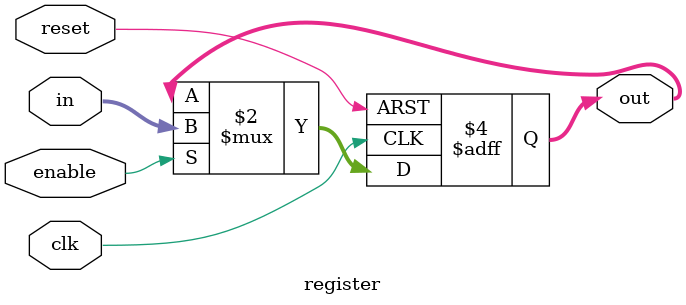
<source format=v>
module register (
    input clk,
    input [31:0] in,
    input reset,
    input enable,
    output reg [31:0] out
);

always @(posedge clk or posedge reset) begin
    if (reset)
        out <= 32'b0;
    else if (enable)
        out <= in;
end

endmodule // register

</source>
